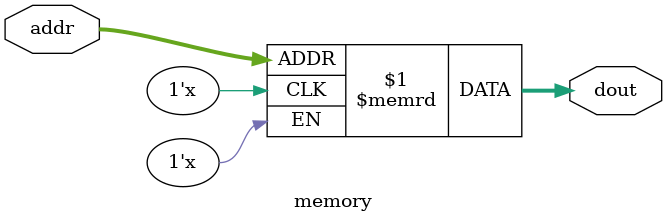
<source format=v>

module t (/*AUTOARG*/
          // Inputs
          clk, addr, res
          );

   input clk;

   input [31:0] addr;
   output [15:0] res;

   memory i_mem(.addr(addr),.dout(res));

   assign i_mem.cxrow_inst[0].cmem_xrow[0] = 16'h0;

endmodule



module memory(addr, dout);
   parameter CM_XROWSIZE = 256;
   parameter CM_NUMXROWS = 2;

   input [31:0] addr;
   output [15:0] dout;

   generate
      genvar     g_cx;
      for (g_cx = 0; g_cx < CM_NUMXROWS; g_cx++)
        begin: cxrow_inst
           reg [15:0] cmem_xrow[0:CM_XROWSIZE - 1];
        end
   endgenerate

   assign dout = cxrow_inst[0].cmem_xrow[addr];
endmodule

</source>
